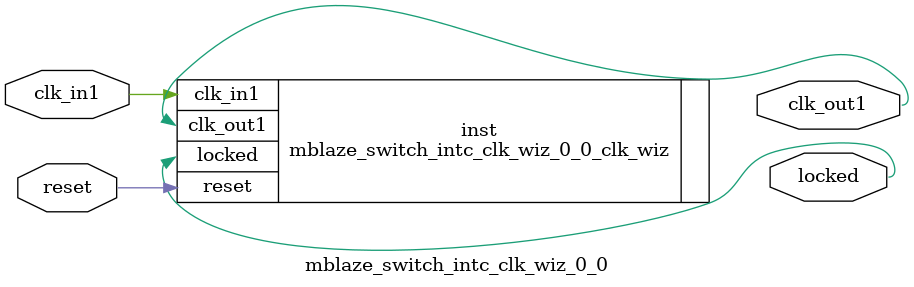
<source format=v>


`timescale 1ps/1ps

(* CORE_GENERATION_INFO = "mblaze_switch_intc_clk_wiz_0_0,clk_wiz_v6_0_4_0_0,{component_name=mblaze_switch_intc_clk_wiz_0_0,use_phase_alignment=true,use_min_o_jitter=false,use_max_i_jitter=false,use_dyn_phase_shift=false,use_inclk_switchover=false,use_dyn_reconfig=false,enable_axi=0,feedback_source=FDBK_AUTO,PRIMITIVE=MMCM,num_out_clk=1,clkin1_period=10.000,clkin2_period=10.000,use_power_down=false,use_reset=true,use_locked=true,use_inclk_stopped=false,feedback_type=SINGLE,CLOCK_MGR_TYPE=NA,manual_override=false}" *)

module mblaze_switch_intc_clk_wiz_0_0 
 (
  // Clock out ports
  output        clk_out1,
  // Status and control signals
  input         reset,
  output        locked,
 // Clock in ports
  input         clk_in1
 );

  mblaze_switch_intc_clk_wiz_0_0_clk_wiz inst
  (
  // Clock out ports  
  .clk_out1(clk_out1),
  // Status and control signals               
  .reset(reset), 
  .locked(locked),
 // Clock in ports
  .clk_in1(clk_in1)
  );

endmodule

</source>
